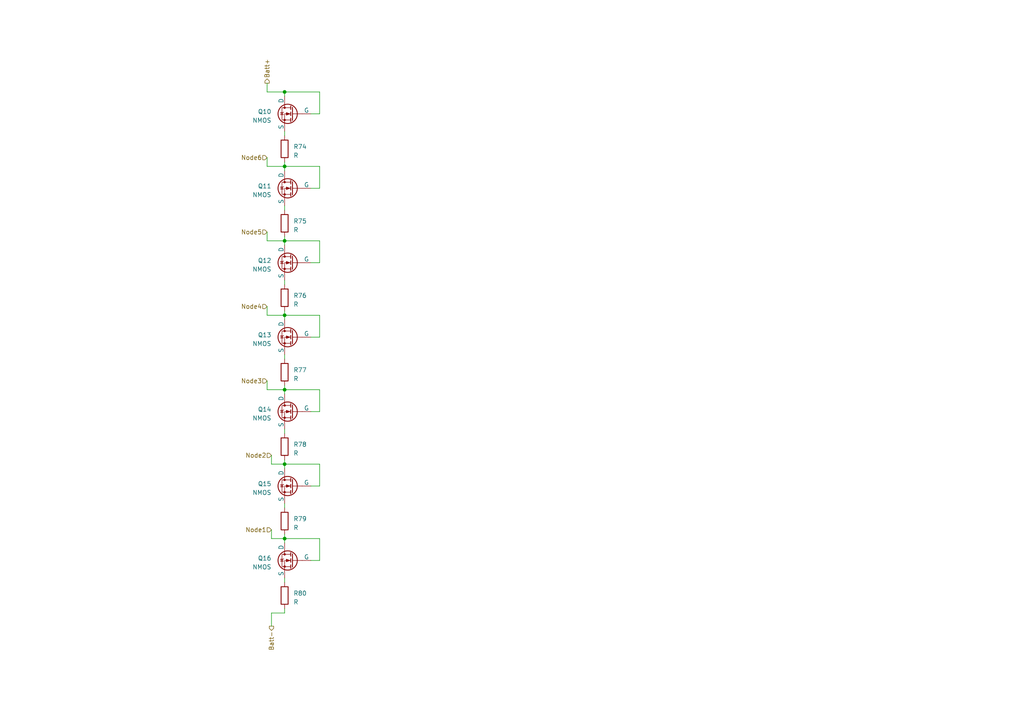
<source format=kicad_sch>
(kicad_sch (version 20230121) (generator eeschema)
  (paper "A4")
  (lib_symbols
    (symbol "Device:R" (pin_numbers hide) (pin_names (offset 0))
      (property "Reference" "R" (at 2.032 0 90))
      (property "Value" "R" (at 0 0 90))
      (symbol "R_0_1"
        (rectangle (start -1.016 -2.54) (end 1.016 2.54) (stroke (width 0.254)))
      )
      (symbol "R_1_1"
        (pin passive line (at 0 3.81 270) (length 1.27) (name "~") (number "1"))
        (pin passive line (at 0 -3.81 90) (length 1.27) (name "~") (number "2"))
      )
    )
    (symbol "Simulation_SPICE:NMOS" (pin_numbers hide) (pin_names (offset 0))
      (property "Reference" "Q" (at 5.08 1.27 0))
      (property "Value" "NMOS" (at 5.08 -1.27 0))
      (symbol "NMOS_0_1"
        (polyline (pts (xy 0.254 0) (xy -2.54 0)))
        (polyline (pts (xy 0.254 1.905) (xy 0.254 -1.905)) (stroke (width 0.254)))
        (polyline (pts (xy 0.762 -1.27) (xy 0.762 -2.286)) (stroke (width 0.254)))
        (polyline (pts (xy 0.762 0.508) (xy 0.762 -0.508)) (stroke (width 0.254)))
        (polyline (pts (xy 0.762 2.286) (xy 0.762 1.27)) (stroke (width 0.254)))
        (polyline (pts (xy 2.54 2.54) (xy 2.54 1.778)))
        (polyline (pts (xy 2.54 -2.54) (xy 2.54 0) (xy 0.762 0)))
        (polyline (pts (xy 0.762 -1.778) (xy 3.302 -1.778) (xy 3.302 1.778) (xy 0.762 1.778)))
        (polyline (pts (xy 1.016 0) (xy 2.032 0.381) (xy 2.032 -0.381) (xy 1.016 0)) (fill (type outline)))
        (polyline (pts (xy 2.794 0.508) (xy 2.921 0.381) (xy 3.683 0.381) (xy 3.81 0.254)))
        (polyline (pts (xy 3.302 0.381) (xy 2.921 -0.254) (xy 3.683 -0.254) (xy 3.302 0.381)))
        (circle (center 1.651 0) (radius 2.794) (stroke (width 0.254)))
        (circle (center 2.54 -1.778) (radius 0.254) (fill (type outline)))
        (circle (center 2.54 1.778) (radius 0.254) (fill (type outline)))
      )
      (symbol "NMOS_1_1"
        (pin passive line (at 2.54 5.08 270) (length 2.54) (name "D") (number "1"))
        (pin input line (at -5.08 0 0) (length 2.54) (name "G") (number "2"))
        (pin passive line (at 2.54 -5.08 90) (length 2.54) (name "S") (number "3"))
      )
    )
  )
  (junction (at 82.55 134.62))
  (junction (at 82.55 156.21))
  (junction (at 82.55 48.26))
  (junction (at 82.55 91.44))
  (junction (at 82.55 113.03))
  (junction (at 82.55 26.67))
  (junction (at 82.55 69.85))
  (wire (pts (xy 82.55 46.99) (xy 82.55 48.26)))
  (wire (pts (xy 90.17 54.61) (xy 92.71 54.61)))
  (wire (pts (xy 82.55 90.17) (xy 82.55 91.44)))
  (wire (pts (xy 82.55 91.44) (xy 77.47 91.44)))
  (wire (pts (xy 82.55 48.26) (xy 92.71 48.26)))
  (wire (pts (xy 92.71 97.79) (xy 92.71 91.44)))
  (wire (pts (xy 82.55 177.8) (xy 78.74 177.8)))
  (wire (pts (xy 82.55 146.05) (xy 82.55 147.32)))
  (wire (pts (xy 92.71 76.2) (xy 92.71 69.85)))
  (wire (pts (xy 77.47 110.49) (xy 77.47 113.03)))
  (wire (pts (xy 82.55 48.26) (xy 82.55 49.53)))
  (wire (pts (xy 82.55 156.21) (xy 78.74 156.21)))
  (wire (pts (xy 82.55 134.62) (xy 92.71 134.62)))
  (wire (pts (xy 77.47 88.9) (xy 77.47 91.44)))
  (wire (pts (xy 77.47 26.67) (xy 82.55 26.67)))
  (wire (pts (xy 77.47 45.72) (xy 77.47 48.26)))
  (wire (pts (xy 82.55 102.87) (xy 82.55 104.14)))
  (wire (pts (xy 82.55 26.67) (xy 92.71 26.67)))
  (wire (pts (xy 82.55 154.94) (xy 82.55 156.21)))
  (wire (pts (xy 92.71 33.02) (xy 92.71 26.67)))
  (wire (pts (xy 82.55 113.03) (xy 82.55 114.3)))
  (wire (pts (xy 92.71 119.38) (xy 92.71 113.03)))
  (wire (pts (xy 92.71 91.44) (xy 82.55 91.44)))
  (wire (pts (xy 77.47 69.85) (xy 82.55 69.85)))
  (wire (pts (xy 90.17 162.56) (xy 92.71 162.56)))
  (wire (pts (xy 77.47 24.13) (xy 77.47 26.67)))
  (wire (pts (xy 82.55 156.21) (xy 82.55 157.48)))
  (wire (pts (xy 82.55 167.64) (xy 82.55 168.91)))
  (wire (pts (xy 90.17 140.97) (xy 92.71 140.97)))
  (wire (pts (xy 82.55 69.85) (xy 92.71 69.85)))
  (wire (pts (xy 82.55 59.69) (xy 82.55 60.96)))
  (wire (pts (xy 90.17 119.38) (xy 92.71 119.38)))
  (wire (pts (xy 78.74 153.67) (xy 78.74 156.21)))
  (wire (pts (xy 82.55 156.21) (xy 92.71 156.21)))
  (wire (pts (xy 78.74 132.08) (xy 78.74 134.62)))
  (wire (pts (xy 90.17 33.02) (xy 92.71 33.02)))
  (wire (pts (xy 82.55 111.76) (xy 82.55 113.03)))
  (wire (pts (xy 82.55 91.44) (xy 82.55 92.71)))
  (wire (pts (xy 92.71 140.97) (xy 92.71 134.62)))
  (wire (pts (xy 92.71 162.56) (xy 92.71 156.21)))
  (wire (pts (xy 78.74 177.8) (xy 78.74 181.61)))
  (wire (pts (xy 82.55 26.67) (xy 82.55 27.94)))
  (wire (pts (xy 92.71 54.61) (xy 92.71 48.26)))
  (wire (pts (xy 82.55 176.53) (xy 82.55 177.8)))
  (wire (pts (xy 82.55 113.03) (xy 92.71 113.03)))
  (wire (pts (xy 82.55 124.46) (xy 82.55 125.73)))
  (wire (pts (xy 82.55 134.62) (xy 78.74 134.62)))
  (wire (pts (xy 82.55 69.85) (xy 82.55 71.12)))
  (wire (pts (xy 77.47 67.31) (xy 77.47 69.85)))
  (wire (pts (xy 82.55 134.62) (xy 82.55 135.89)))
  (wire (pts (xy 90.17 97.79) (xy 92.71 97.79)))
  (wire (pts (xy 82.55 133.35) (xy 82.55 134.62)))
  (wire (pts (xy 90.17 76.2) (xy 92.71 76.2)))
  (wire (pts (xy 82.55 81.28) (xy 82.55 82.55)))
  (wire (pts (xy 77.47 48.26) (xy 82.55 48.26)))
  (wire (pts (xy 82.55 113.03) (xy 77.47 113.03)))
  (wire (pts (xy 82.55 38.1) (xy 82.55 39.37)))
  (wire (pts (xy 82.55 68.58) (xy 82.55 69.85)))
  (hierarchical_label "Node3" (shape input) (at 77.47 110.49 180))
  (hierarchical_label "Batt+" (shape output) (at 77.47 24.13 90))
  (hierarchical_label "Node6" (shape input) (at 77.47 45.72 180))
  (hierarchical_label "Batt-" (shape output) (at 78.74 181.61 270))
  (hierarchical_label "Node5" (shape input) (at 77.47 67.31 180))
  (hierarchical_label "Node1" (shape input) (at 78.74 153.67 180))
  (hierarchical_label "Node2" (shape input) (at 78.74 132.08 180))
  (hierarchical_label "Node4" (shape input) (at 77.47 88.9 180))
  (symbol (lib_id "Device:R") (at 82.55 64.77 0) (unit 1)
    (property "Reference" "R75" (at 85.09 64.135 0) (effects (justify left)))
    (property "Value" "R" (at 85.09 66.675 0) (effects (justify left)))
  )
  (symbol (lib_id "Device:R") (at 82.55 43.18 0) (unit 1)
    (property "Reference" "R74" (at 85.09 42.545 0) (effects (justify left)))
    (property "Value" "R" (at 85.09 45.085 0) (effects (justify left)))
  )
  (symbol (lib_id "Simulation_SPICE:NMOS") (at 85.09 33.02 0) (mirror y) (unit 1)
    (property "Reference" "Q10" (at 78.74 32.385 0) (effects (justify left)))
    (property "Value" "NMOS" (at 78.74 34.925 0) (effects (justify left)))
    (property "Datasheet" "https://ngspice.sourceforge.io/docs/ngspice-manual.pdf" (effects hide))
    (property "Sim.Device" "NMOS" (effects hide))
    (property "Sim.Type" "VDMOS" (effects hide))
    (property "Sim.Pins" "1=D 2=G 3=S" (effects hide))
  )
  (symbol (lib_id "Simulation_SPICE:NMOS") (at 85.09 54.61 0) (mirror y) (unit 1)
    (property "Reference" "Q11" (at 78.74 53.975 0) (effects (justify left)))
    (property "Value" "NMOS" (at 78.74 56.515 0) (effects (justify left)))
    (property "Datasheet" "https://ngspice.sourceforge.io/docs/ngspice-manual.pdf" (effects hide))
    (property "Sim.Device" "NMOS" (effects hide))
    (property "Sim.Type" "VDMOS" (effects hide))
    (property "Sim.Pins" "1=D 2=G 3=S" (effects hide))
  )
  (symbol (lib_id "Simulation_SPICE:NMOS") (at 85.09 162.56 0) (mirror y) (unit 1)
    (property "Reference" "Q16" (at 78.74 161.925 0) (effects (justify left)))
    (property "Value" "NMOS" (at 78.74 164.465 0) (effects (justify left)))
    (property "Datasheet" "https://ngspice.sourceforge.io/docs/ngspice-manual.pdf" (effects hide))
    (property "Sim.Device" "NMOS" (effects hide))
    (property "Sim.Type" "VDMOS" (effects hide))
    (property "Sim.Pins" "1=D 2=G 3=S" (effects hide))
  )
  (symbol (lib_id "Device:R") (at 82.55 107.95 0) (unit 1)
    (property "Reference" "R77" (at 85.09 107.315 0) (effects (justify left)))
    (property "Value" "R" (at 85.09 109.855 0) (effects (justify left)))
  )
  (symbol (lib_id "Device:R") (at 82.55 129.54 0) (unit 1)
    (property "Reference" "R78" (at 85.09 128.905 0) (effects (justify left)))
    (property "Value" "R" (at 85.09 131.445 0) (effects (justify left)))
  )
  (symbol (lib_id "Device:R") (at 82.55 86.36 0) (unit 1)
    (property "Reference" "R76" (at 85.09 85.725 0) (effects (justify left)))
    (property "Value" "R" (at 85.09 88.265 0) (effects (justify left)))
  )
  (symbol (lib_id "Device:R") (at 82.55 172.72 0) (unit 1)
    (property "Reference" "R80" (at 85.09 172.085 0) (effects (justify left)))
    (property "Value" "R" (at 85.09 174.625 0) (effects (justify left)))
  )
  (symbol (lib_id "Device:R") (at 82.55 151.13 0) (unit 1)
    (property "Reference" "R79" (at 85.09 150.495 0) (effects (justify left)))
    (property "Value" "R" (at 85.09 153.035 0) (effects (justify left)))
  )
  (symbol (lib_id "Simulation_SPICE:NMOS") (at 85.09 119.38 0) (mirror y) (unit 1)
    (property "Reference" "Q14" (at 78.74 118.745 0) (effects (justify left)))
    (property "Value" "NMOS" (at 78.74 121.285 0) (effects (justify left)))
    (property "Datasheet" "https://ngspice.sourceforge.io/docs/ngspice-manual.pdf" (effects hide))
    (property "Sim.Device" "NMOS" (effects hide))
    (property "Sim.Type" "VDMOS" (effects hide))
    (property "Sim.Pins" "1=D 2=G 3=S" (effects hide))
  )
  (symbol (lib_id "Simulation_SPICE:NMOS") (at 85.09 140.97 0) (mirror y) (unit 1)
    (property "Reference" "Q15" (at 78.74 140.335 0) (effects (justify left)))
    (property "Value" "NMOS" (at 78.74 142.875 0) (effects (justify left)))
    (property "Datasheet" "https://ngspice.sourceforge.io/docs/ngspice-manual.pdf" (effects hide))
    (property "Sim.Device" "NMOS" (effects hide))
    (property "Sim.Type" "VDMOS" (effects hide))
    (property "Sim.Pins" "1=D 2=G 3=S" (effects hide))
  )
  (symbol (lib_id "Simulation_SPICE:NMOS") (at 85.09 76.2 0) (mirror y) (unit 1)
    (property "Reference" "Q12" (at 78.74 75.565 0) (effects (justify left)))
    (property "Value" "NMOS" (at 78.74 78.105 0) (effects (justify left)))
    (property "Datasheet" "https://ngspice.sourceforge.io/docs/ngspice-manual.pdf" (effects hide))
    (property "Sim.Device" "NMOS" (effects hide))
    (property "Sim.Type" "VDMOS" (effects hide))
    (property "Sim.Pins" "1=D 2=G 3=S" (effects hide))
  )
  (symbol (lib_id "Simulation_SPICE:NMOS") (at 85.09 97.79 0) (mirror y) (unit 1)
    (property "Reference" "Q13" (at 78.74 97.155 0) (effects (justify left)))
    (property "Value" "NMOS" (at 78.74 99.695 0) (effects (justify left)))
    (property "Datasheet" "https://ngspice.sourceforge.io/docs/ngspice-manual.pdf" (effects hide))
    (property "Sim.Device" "NMOS" (effects hide))
    (property "Sim.Type" "VDMOS" (effects hide))
    (property "Sim.Pins" "1=D 2=G 3=S" (effects hide))
  )
)
</source>
